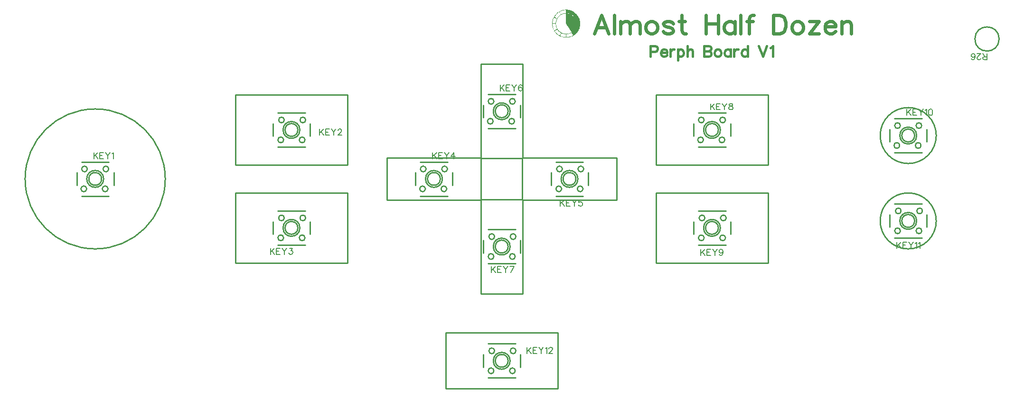
<source format=gto>
G04 Layer: TopSilkscreenLayer*
G04 EasyEDA v6.5.38, 2023-12-05 17:56:17*
G04 681b97978217455484aa44bc4d5c6028,9f3f2715377c499da2f37e4e16011465,10*
G04 Gerber Generator version 0.2*
G04 Scale: 100 percent, Rotated: No, Reflected: No *
G04 Dimensions in millimeters *
G04 leading zeros omitted , absolute positions ,4 integer and 5 decimal *
%FSLAX45Y45*%
%MOMM*%

%ADD10C,0.6000*%
%ADD11C,0.4000*%
%ADD12C,0.1524*%
%ADD13C,0.2540*%

%LPD*%
G36*
X10705490Y12649962D02*
G01*
X10691520Y12649809D01*
X10678363Y12649047D01*
X10668254Y12647879D01*
X10658652Y12646507D01*
X10640923Y12642900D01*
X10629290Y12639751D01*
X10622737Y12637770D01*
X10610596Y12633401D01*
X10599978Y12629235D01*
X10578693Y12618720D01*
X10568445Y12612624D01*
X10586567Y12612624D01*
X10586567Y12614402D01*
X10598454Y12620142D01*
X10608564Y12624612D01*
X10622229Y12629642D01*
X10632490Y12632842D01*
X10642447Y12635433D01*
X10651032Y12637414D01*
X10662920Y12639395D01*
X10678363Y12641478D01*
X10696752Y12642392D01*
X10698327Y12641783D01*
X10698226Y12593675D01*
X10697565Y12588138D01*
X10682935Y12587427D01*
X10667015Y12585090D01*
X10698530Y12585090D01*
X10698988Y12586868D01*
X10715802Y12586817D01*
X10725912Y12585954D01*
X10737545Y12584328D01*
X10749432Y12581839D01*
X10759287Y12579248D01*
X10769396Y12575844D01*
X10780014Y12571679D01*
X10795203Y12564262D01*
X10803788Y12559284D01*
X10816234Y12551003D01*
X10829086Y12540691D01*
X10845444Y12524536D01*
X10852454Y12515951D01*
X10857484Y12509347D01*
X10864596Y12498781D01*
X10869676Y12490196D01*
X10876178Y12477038D01*
X10878566Y12471501D01*
X10882579Y12460935D01*
X10885576Y12451334D01*
X10888573Y12439700D01*
X10890961Y12425578D01*
X10892332Y12415469D01*
X10892332Y12385192D01*
X10888624Y12360960D01*
X10884966Y12346787D01*
X10881563Y12336729D01*
X10876330Y12323572D01*
X10870488Y12311989D01*
X10865612Y12303404D01*
X10856518Y12289739D01*
X10846816Y12277648D01*
X10839196Y12269622D01*
X10830102Y12260783D01*
X10822025Y12254077D01*
X10812932Y12247270D01*
X10805312Y12242190D01*
X10798403Y12238024D01*
X10797743Y12238024D01*
X10794949Y12242596D01*
X10794949Y12243308D01*
X10801807Y12247321D01*
X10813440Y12255398D01*
X10826089Y12265456D01*
X10840262Y12279680D01*
X10848340Y12289383D01*
X10856671Y12300966D01*
X10863580Y12312497D01*
X10867593Y12320066D01*
X10873333Y12332665D01*
X10876483Y12341250D01*
X10880394Y12354102D01*
X10882579Y12362942D01*
X10883950Y12371019D01*
X10886135Y12387681D01*
X10886135Y12412929D01*
X10883900Y12430099D01*
X10881512Y12442240D01*
X10878007Y12454839D01*
X10872724Y12469469D01*
X10864342Y12486894D01*
X10859008Y12495733D01*
X10852251Y12505842D01*
X10844072Y12516307D01*
X10836198Y12524892D01*
X10824057Y12536678D01*
X10813948Y12544755D01*
X10805312Y12550902D01*
X10793171Y12558217D01*
X10780522Y12564567D01*
X10769904Y12569037D01*
X10757255Y12573203D01*
X10746638Y12576149D01*
X10736021Y12578232D01*
X10720324Y12580264D01*
X10698937Y12580975D01*
X10698530Y12585090D01*
X10667015Y12585090D01*
X10656112Y12582753D01*
X10646511Y12580264D01*
X10634370Y12576200D01*
X10622381Y12571171D01*
X10613948Y12567056D01*
X10612526Y12567564D01*
X10586567Y12612624D01*
X10568445Y12612624D01*
X10555935Y12604343D01*
X10546334Y12597231D01*
X10530687Y12584074D01*
X10515498Y12568936D01*
X10506760Y12558826D01*
X10497718Y12547244D01*
X10487507Y12532106D01*
X10479906Y12518948D01*
X10488930Y12518948D01*
X10488930Y12519710D01*
X10496194Y12531598D01*
X10504830Y12544196D01*
X10512856Y12554305D01*
X10522051Y12564922D01*
X10534192Y12577013D01*
X10545826Y12587173D01*
X10553446Y12593167D01*
X10560507Y12598349D01*
X10570108Y12604750D01*
X10578693Y12610033D01*
X10579557Y12609830D01*
X10600740Y12573203D01*
X10600740Y12572644D01*
X10602569Y12569952D01*
X10606278Y12563144D01*
X10606278Y12562636D01*
X10602468Y12560706D01*
X10587837Y12550851D01*
X10578134Y12543028D01*
X10567568Y12533528D01*
X10557408Y12522504D01*
X10550855Y12514427D01*
X10540238Y12499289D01*
X10536224Y12492482D01*
X10535056Y12492482D01*
X10497820Y12513716D01*
X10496753Y12514529D01*
X10488930Y12518948D01*
X10479906Y12518948D01*
X10473131Y12505842D01*
X10466578Y12490196D01*
X10461193Y12475057D01*
X10459110Y12467996D01*
X10456621Y12458395D01*
X10454487Y12448794D01*
X10452100Y12434671D01*
X10449966Y12414961D01*
X10449966Y12404750D01*
X10457434Y12404750D01*
X10458094Y12420498D01*
X10460177Y12437160D01*
X10462158Y12448286D01*
X10464241Y12457887D01*
X10469270Y12475464D01*
X10474350Y12489688D01*
X10475264Y12490653D01*
X10475264Y12491974D01*
X10484815Y12512141D01*
X10486644Y12511430D01*
X10531500Y12485827D01*
X10531957Y12484557D01*
X10525353Y12470384D01*
X10521238Y12458903D01*
X10518851Y12451334D01*
X10515752Y12439192D01*
X10513771Y12428575D01*
X10511688Y12410998D01*
X10511688Y12403683D01*
X10510723Y12403074D01*
X10457434Y12404750D01*
X10449966Y12404750D01*
X10449966Y12397130D01*
X10468762Y12396825D01*
X10511434Y12395250D01*
X10511444Y12394946D01*
X10519105Y12394946D01*
X10520426Y12399060D01*
X10519105Y12403175D01*
X10520273Y12419990D01*
X10521289Y12427610D01*
X10523372Y12438176D01*
X10525404Y12446762D01*
X10529519Y12459919D01*
X10534548Y12472517D01*
X10539984Y12483744D01*
X10547248Y12496241D01*
X10553801Y12505842D01*
X10563047Y12517424D01*
X10567568Y12522504D01*
X10577677Y12532664D01*
X10587837Y12541250D01*
X10596067Y12547447D01*
X10607548Y12554864D01*
X10616742Y12560096D01*
X10628579Y12565684D01*
X10638891Y12569799D01*
X10651540Y12573762D01*
X10660430Y12576098D01*
X10672572Y12578334D01*
X10686948Y12580162D01*
X10697819Y12580315D01*
X10697768Y12485116D01*
X10697006Y12400838D01*
X10699699Y12395758D01*
X10715040Y12371171D01*
X10715040Y12370765D01*
X10719460Y12363958D01*
X10793933Y12243968D01*
X10793933Y12243257D01*
X10787126Y12239294D01*
X10779048Y12235180D01*
X10765891Y12229490D01*
X10756747Y12226340D01*
X10749686Y12224308D01*
X10740085Y12221870D01*
X10729976Y12219940D01*
X10721848Y12218822D01*
X10711383Y12217806D01*
X10689488Y12217857D01*
X10676331Y12219279D01*
X10664190Y12221362D01*
X10657636Y12222886D01*
X10649762Y12225020D01*
X10635894Y12229541D01*
X10625531Y12233910D01*
X10614406Y12239498D01*
X10606024Y12244273D01*
X10595406Y12251334D01*
X10585805Y12258598D01*
X10581741Y12262002D01*
X10574680Y12268555D01*
X10566247Y12277140D01*
X10559338Y12285218D01*
X10549382Y12298527D01*
X10541609Y12311481D01*
X10534497Y12325756D01*
X10530484Y12335764D01*
X10526420Y12347803D01*
X10523931Y12357404D01*
X10521746Y12367768D01*
X10520273Y12378131D01*
X10519105Y12394946D01*
X10511444Y12394946D01*
X10511637Y12389205D01*
X10513263Y12373813D01*
X10515854Y12358420D01*
X10519206Y12345771D01*
X10521188Y12339218D01*
X10524896Y12329160D01*
X10529519Y12318542D01*
X10537190Y12304166D01*
X10536224Y12303252D01*
X10491470Y12278309D01*
X10489742Y12278664D01*
X10478566Y12300610D01*
X10475061Y12309449D01*
X10474350Y12310465D01*
X10469321Y12324588D01*
X10463580Y12345111D01*
X10460126Y12362942D01*
X10458094Y12379147D01*
X10457383Y12397130D01*
X10449966Y12397130D01*
X10449966Y12385852D01*
X10452049Y12365482D01*
X10454081Y12353391D01*
X10456164Y12343790D01*
X10459110Y12332157D01*
X10463580Y12318034D01*
X10467644Y12307163D01*
X10472470Y12295835D01*
X10480141Y12280696D01*
X10485712Y12271095D01*
X10494518Y12271095D01*
X10495737Y12272213D01*
X10540288Y12297003D01*
X10541355Y12297054D01*
X10551617Y12282678D01*
X10560100Y12272568D01*
X10574578Y12258090D01*
X10589818Y12245898D01*
X10604703Y12236145D01*
X10611358Y12232690D01*
X10611358Y12231878D01*
X10585500Y12187783D01*
X10584637Y12186920D01*
X10571124Y12194743D01*
X10559491Y12202515D01*
X10548366Y12210897D01*
X10542270Y12216028D01*
X10532160Y12225121D01*
X10521696Y12235738D01*
X10512907Y12245848D01*
X10503865Y12257379D01*
X10494518Y12271095D01*
X10485712Y12271095D01*
X10496651Y12254433D01*
X10505541Y12242800D01*
X10515600Y12231217D01*
X10527131Y12219533D01*
X10534192Y12212980D01*
X10543133Y12205563D01*
X10550144Y12200077D01*
X10565079Y12189663D01*
X10576119Y12183008D01*
X10592104Y12183008D01*
X10592104Y12184126D01*
X10618419Y12228880D01*
X10628579Y12224308D01*
X10639399Y12220244D01*
X10647019Y12217857D01*
X10653064Y12216231D01*
X10663174Y12213894D01*
X10683443Y12210745D01*
X10697870Y12210084D01*
X10698327Y12209322D01*
X10697596Y12173153D01*
X10704931Y12173153D01*
X10706201Y12209983D01*
X10716818Y12210745D01*
X10726928Y12211862D01*
X10740085Y12214148D01*
X10749229Y12216282D01*
X10761319Y12219889D01*
X10774984Y12224969D01*
X10791190Y12232843D01*
X10797235Y12236450D01*
X10798352Y12236500D01*
X10825378Y12193117D01*
X10824819Y12192152D01*
X10813948Y12186056D01*
X10796219Y12177572D01*
X10784078Y12172746D01*
X10766399Y12166904D01*
X10746638Y12162332D01*
X10730738Y12159792D01*
X10715802Y12158268D01*
X10705185Y12158116D01*
X10704931Y12173153D01*
X10697596Y12173153D01*
X10697311Y12159030D01*
X10696295Y12158014D01*
X10684408Y12158268D01*
X10669270Y12159792D01*
X10656316Y12161774D01*
X10642447Y12164669D01*
X10630814Y12167768D01*
X10618673Y12171781D01*
X10610189Y12174880D01*
X10607141Y12176404D01*
X10606379Y12176404D01*
X10592104Y12183008D01*
X10576119Y12183008D01*
X10596422Y12172594D01*
X10607598Y12167870D01*
X10626242Y12161316D01*
X10636859Y12158319D01*
X10650524Y12155220D01*
X10665714Y12152630D01*
X10678363Y12151207D01*
X10700004Y12149988D01*
X10722000Y12151207D01*
X10734497Y12152680D01*
X10746638Y12154662D01*
X10756747Y12156694D01*
X10766907Y12159284D01*
X10773968Y12161418D01*
X10792155Y12167768D01*
X10803788Y12172746D01*
X10820501Y12181078D01*
X10827562Y12185142D01*
X10838230Y12191695D01*
X10848340Y12198858D01*
X10862462Y12209983D01*
X10874095Y12220651D01*
X10884814Y12231725D01*
X10889843Y12237262D01*
X10896955Y12245848D01*
X10903356Y12254433D01*
X10911890Y12266980D01*
X10920526Y12281662D01*
X10926876Y12294311D01*
X10933176Y12308941D01*
X10936173Y12317018D01*
X10940592Y12331141D01*
X10943640Y12342266D01*
X10945672Y12351867D01*
X10947654Y12363450D01*
X10949990Y12382652D01*
X10949940Y12418517D01*
X10947247Y12439192D01*
X10945672Y12448286D01*
X10943640Y12457887D01*
X10938510Y12476073D01*
X10936173Y12483134D01*
X10930890Y12496749D01*
X10925200Y12509347D01*
X10917732Y12523520D01*
X10906506Y12541351D01*
X10899698Y12550749D01*
X10891062Y12561519D01*
X10881563Y12571984D01*
X10875619Y12578029D01*
X10866526Y12586614D01*
X10854893Y12596317D01*
X10846308Y12602819D01*
X10835182Y12610439D01*
X10819993Y12619532D01*
X10801299Y12628626D01*
X10792510Y12632334D01*
X10779048Y12637109D01*
X10768634Y12640310D01*
X10759033Y12642850D01*
X10739577Y12646812D01*
X10722864Y12648946D01*
G37*
D10*
X11327353Y12553279D02*
G01*
X11200099Y12219015D01*
X11327353Y12553279D02*
G01*
X11454607Y12219015D01*
X11247597Y12330521D02*
G01*
X11406855Y12330521D01*
X11559509Y12553279D02*
G01*
X11559509Y12219015D01*
X11664411Y12441773D02*
G01*
X11664411Y12219015D01*
X11664411Y12378273D02*
G01*
X11712163Y12425771D01*
X11744167Y12441773D01*
X11791919Y12441773D01*
X11823669Y12425771D01*
X11839417Y12378273D01*
X11839417Y12219015D01*
X11839417Y12378273D02*
G01*
X11887169Y12425771D01*
X11919173Y12441773D01*
X11966671Y12441773D01*
X11998675Y12425771D01*
X12014423Y12378273D01*
X12014423Y12219015D01*
X12199081Y12441773D02*
G01*
X12167331Y12425771D01*
X12135327Y12394021D01*
X12119579Y12346269D01*
X12119579Y12314519D01*
X12135327Y12266767D01*
X12167331Y12235017D01*
X12199081Y12219015D01*
X12246833Y12219015D01*
X12278583Y12235017D01*
X12310333Y12266767D01*
X12326335Y12314519D01*
X12326335Y12346269D01*
X12310333Y12394021D01*
X12278583Y12425771D01*
X12246833Y12441773D01*
X12199081Y12441773D01*
X12606243Y12394021D02*
G01*
X12590495Y12425771D01*
X12542743Y12441773D01*
X12494991Y12441773D01*
X12447239Y12425771D01*
X12431237Y12394021D01*
X12447239Y12362271D01*
X12478989Y12346269D01*
X12558491Y12330521D01*
X12590495Y12314519D01*
X12606243Y12282769D01*
X12606243Y12266767D01*
X12590495Y12235017D01*
X12542743Y12219015D01*
X12494991Y12219015D01*
X12447239Y12235017D01*
X12431237Y12266767D01*
X12759151Y12553279D02*
G01*
X12759151Y12282769D01*
X12774899Y12235017D01*
X12806903Y12219015D01*
X12838653Y12219015D01*
X12711399Y12441773D02*
G01*
X12822651Y12441773D01*
X13188665Y12553279D02*
G01*
X13188665Y12219015D01*
X13411423Y12553279D02*
G01*
X13411423Y12219015D01*
X13188665Y12394021D02*
G01*
X13411423Y12394021D01*
X13707333Y12441773D02*
G01*
X13707333Y12219015D01*
X13707333Y12394021D02*
G01*
X13675329Y12425771D01*
X13643579Y12441773D01*
X13595827Y12441773D01*
X13564077Y12425771D01*
X13532327Y12394021D01*
X13516325Y12346269D01*
X13516325Y12314519D01*
X13532327Y12266767D01*
X13564077Y12235017D01*
X13595827Y12219015D01*
X13643579Y12219015D01*
X13675329Y12235017D01*
X13707333Y12266767D01*
X13812235Y12553279D02*
G01*
X13812235Y12219015D01*
X14044391Y12553279D02*
G01*
X14012641Y12553279D01*
X13980891Y12537277D01*
X13964889Y12489525D01*
X13964889Y12219015D01*
X13917137Y12441773D02*
G01*
X14028643Y12441773D01*
X14394403Y12553279D02*
G01*
X14394403Y12219015D01*
X14394403Y12553279D02*
G01*
X14505909Y12553279D01*
X14553661Y12537277D01*
X14585411Y12505527D01*
X14601413Y12473523D01*
X14617161Y12425771D01*
X14617161Y12346269D01*
X14601413Y12298517D01*
X14585411Y12266767D01*
X14553661Y12235017D01*
X14505909Y12219015D01*
X14394403Y12219015D01*
X14801819Y12441773D02*
G01*
X14770069Y12425771D01*
X14738065Y12394021D01*
X14722317Y12346269D01*
X14722317Y12314519D01*
X14738065Y12266767D01*
X14770069Y12235017D01*
X14801819Y12219015D01*
X14849571Y12219015D01*
X14881321Y12235017D01*
X14913071Y12266767D01*
X14929073Y12314519D01*
X14929073Y12346269D01*
X14913071Y12394021D01*
X14881321Y12425771D01*
X14849571Y12441773D01*
X14801819Y12441773D01*
X15208981Y12441773D02*
G01*
X15033975Y12219015D01*
X15033975Y12441773D02*
G01*
X15208981Y12441773D01*
X15033975Y12219015D02*
G01*
X15208981Y12219015D01*
X15314137Y12346269D02*
G01*
X15504891Y12346269D01*
X15504891Y12378273D01*
X15489143Y12410023D01*
X15473141Y12425771D01*
X15441391Y12441773D01*
X15393639Y12441773D01*
X15361889Y12425771D01*
X15329885Y12394021D01*
X15314137Y12346269D01*
X15314137Y12314519D01*
X15329885Y12266767D01*
X15361889Y12235017D01*
X15393639Y12219015D01*
X15441391Y12219015D01*
X15473141Y12235017D01*
X15504891Y12266767D01*
X15610047Y12441773D02*
G01*
X15610047Y12219015D01*
X15610047Y12378273D02*
G01*
X15657799Y12425771D01*
X15689549Y12441773D01*
X15737301Y12441773D01*
X15769051Y12425771D01*
X15785053Y12378273D01*
X15785053Y12219015D01*
D11*
X12200026Y12001779D02*
G01*
X12200026Y11810771D01*
X12200026Y12001779D02*
G01*
X12281814Y12001779D01*
X12308992Y11992635D01*
X12318136Y11983491D01*
X12327280Y11965457D01*
X12327280Y11938279D01*
X12318136Y11919991D01*
X12308992Y11910847D01*
X12281814Y11901703D01*
X12200026Y11901703D01*
X12387224Y11883669D02*
G01*
X12496444Y11883669D01*
X12496444Y11901703D01*
X12487300Y11919991D01*
X12478156Y11929135D01*
X12459868Y11938279D01*
X12432690Y11938279D01*
X12414402Y11929135D01*
X12396368Y11910847D01*
X12387224Y11883669D01*
X12387224Y11865381D01*
X12396368Y11838203D01*
X12414402Y11819915D01*
X12432690Y11810771D01*
X12459868Y11810771D01*
X12478156Y11819915D01*
X12496444Y11838203D01*
X12556388Y11938279D02*
G01*
X12556388Y11810771D01*
X12556388Y11883669D02*
G01*
X12565532Y11910847D01*
X12583566Y11929135D01*
X12601854Y11938279D01*
X12629032Y11938279D01*
X12688976Y11938279D02*
G01*
X12688976Y11747271D01*
X12688976Y11910847D02*
G01*
X12707264Y11929135D01*
X12725552Y11938279D01*
X12752730Y11938279D01*
X12770764Y11929135D01*
X12789052Y11910847D01*
X12798196Y11883669D01*
X12798196Y11865381D01*
X12789052Y11838203D01*
X12770764Y11819915D01*
X12752730Y11810771D01*
X12725552Y11810771D01*
X12707264Y11819915D01*
X12688976Y11838203D01*
X12858140Y12001779D02*
G01*
X12858140Y11810771D01*
X12858140Y11901703D02*
G01*
X12885318Y11929135D01*
X12903606Y11938279D01*
X12930784Y11938279D01*
X12949072Y11929135D01*
X12958216Y11901703D01*
X12958216Y11810771D01*
X13158114Y12001779D02*
G01*
X13158114Y11810771D01*
X13158114Y12001779D02*
G01*
X13239902Y12001779D01*
X13267334Y11992635D01*
X13276224Y11983491D01*
X13285368Y11965457D01*
X13285368Y11947169D01*
X13276224Y11929135D01*
X13267334Y11919991D01*
X13239902Y11910847D01*
X13158114Y11910847D02*
G01*
X13239902Y11910847D01*
X13267334Y11901703D01*
X13276224Y11892813D01*
X13285368Y11874525D01*
X13285368Y11847347D01*
X13276224Y11829059D01*
X13267334Y11819915D01*
X13239902Y11810771D01*
X13158114Y11810771D01*
X13390778Y11938279D02*
G01*
X13372744Y11929135D01*
X13354456Y11910847D01*
X13345312Y11883669D01*
X13345312Y11865381D01*
X13354456Y11838203D01*
X13372744Y11819915D01*
X13390778Y11810771D01*
X13418210Y11810771D01*
X13436244Y11819915D01*
X13454532Y11838203D01*
X13463676Y11865381D01*
X13463676Y11883669D01*
X13454532Y11910847D01*
X13436244Y11929135D01*
X13418210Y11938279D01*
X13390778Y11938279D01*
X13632586Y11938279D02*
G01*
X13632586Y11810771D01*
X13632586Y11910847D02*
G01*
X13614552Y11929135D01*
X13596264Y11938279D01*
X13569086Y11938279D01*
X13550798Y11929135D01*
X13532764Y11910847D01*
X13523620Y11883669D01*
X13523620Y11865381D01*
X13532764Y11838203D01*
X13550798Y11819915D01*
X13569086Y11810771D01*
X13596264Y11810771D01*
X13614552Y11819915D01*
X13632586Y11838203D01*
X13692784Y11938279D02*
G01*
X13692784Y11810771D01*
X13692784Y11883669D02*
G01*
X13701674Y11910847D01*
X13719962Y11929135D01*
X13738250Y11938279D01*
X13765428Y11938279D01*
X13934592Y12001779D02*
G01*
X13934592Y11810771D01*
X13934592Y11910847D02*
G01*
X13916304Y11929135D01*
X13898270Y11938279D01*
X13870838Y11938279D01*
X13852804Y11929135D01*
X13834516Y11910847D01*
X13825372Y11883669D01*
X13825372Y11865381D01*
X13834516Y11838203D01*
X13852804Y11819915D01*
X13870838Y11810771D01*
X13898270Y11810771D01*
X13916304Y11819915D01*
X13934592Y11838203D01*
X14134490Y12001779D02*
G01*
X14207134Y11810771D01*
X14280032Y12001779D02*
G01*
X14207134Y11810771D01*
X14339976Y11965457D02*
G01*
X14358264Y11974601D01*
X14385442Y12001779D01*
X14385442Y11810771D01*
D12*
X18205135Y11755795D02*
G01*
X18205135Y11864761D01*
X18205135Y11755795D02*
G01*
X18158399Y11755795D01*
X18142651Y11760875D01*
X18137571Y11765955D01*
X18132237Y11776369D01*
X18132237Y11786783D01*
X18137571Y11797197D01*
X18142651Y11802531D01*
X18158399Y11807611D01*
X18205135Y11807611D01*
X18168559Y11807611D02*
G01*
X18132237Y11864761D01*
X18092867Y11781703D02*
G01*
X18092867Y11776369D01*
X18087533Y11765955D01*
X18082453Y11760875D01*
X18072039Y11755795D01*
X18051211Y11755795D01*
X18040797Y11760875D01*
X18035717Y11765955D01*
X18030383Y11776369D01*
X18030383Y11786783D01*
X18035717Y11797197D01*
X18046131Y11812945D01*
X18097947Y11864761D01*
X18025303Y11864761D01*
X17928529Y11771289D02*
G01*
X17933863Y11760875D01*
X17949357Y11755795D01*
X17959771Y11755795D01*
X17975519Y11760875D01*
X17985679Y11776369D01*
X17991013Y11802531D01*
X17991013Y11828439D01*
X17985679Y11849267D01*
X17975519Y11859681D01*
X17959771Y11864761D01*
X17954691Y11864761D01*
X17938943Y11859681D01*
X17928529Y11849267D01*
X17923449Y11833519D01*
X17923449Y11828439D01*
X17928529Y11812945D01*
X17938943Y11802531D01*
X17954691Y11797197D01*
X17959771Y11797197D01*
X17975519Y11802531D01*
X17985679Y11812945D01*
X17991013Y11828439D01*
X2274595Y10095895D02*
G01*
X2274595Y9986929D01*
X2347239Y10095895D02*
G01*
X2274595Y10023251D01*
X2300503Y10049159D02*
G01*
X2347239Y9986929D01*
X2381529Y10095895D02*
G01*
X2381529Y9986929D01*
X2381529Y10095895D02*
G01*
X2449093Y10095895D01*
X2381529Y10044079D02*
G01*
X2423185Y10044079D01*
X2381529Y9986929D02*
G01*
X2449093Y9986929D01*
X2483383Y10095895D02*
G01*
X2525039Y10044079D01*
X2525039Y9986929D01*
X2566695Y10095895D02*
G01*
X2525039Y10044079D01*
X2600985Y10075067D02*
G01*
X2611145Y10080401D01*
X2626893Y10095895D01*
X2626893Y9986929D01*
X6299987Y10515295D02*
G01*
X6299987Y10406329D01*
X6372631Y10515295D02*
G01*
X6299987Y10442651D01*
X6325895Y10468559D02*
G01*
X6372631Y10406329D01*
X6406921Y10515295D02*
G01*
X6406921Y10406329D01*
X6406921Y10515295D02*
G01*
X6474485Y10515295D01*
X6406921Y10463479D02*
G01*
X6448577Y10463479D01*
X6406921Y10406329D02*
G01*
X6474485Y10406329D01*
X6508775Y10515295D02*
G01*
X6550431Y10463479D01*
X6550431Y10406329D01*
X6592087Y10515295D02*
G01*
X6550431Y10463479D01*
X6631457Y10489387D02*
G01*
X6631457Y10494467D01*
X6636537Y10504881D01*
X6641871Y10510215D01*
X6652285Y10515295D01*
X6673113Y10515295D01*
X6683527Y10510215D01*
X6688607Y10504881D01*
X6693687Y10494467D01*
X6693687Y10484053D01*
X6688607Y10473639D01*
X6678193Y10458145D01*
X6626377Y10406329D01*
X6699021Y10406329D01*
X5426354Y8388007D02*
G01*
X5426354Y8279041D01*
X5498998Y8388007D02*
G01*
X5426354Y8315363D01*
X5452262Y8341271D02*
G01*
X5498998Y8279041D01*
X5533288Y8388007D02*
G01*
X5533288Y8279041D01*
X5533288Y8388007D02*
G01*
X5600852Y8388007D01*
X5533288Y8336191D02*
G01*
X5574944Y8336191D01*
X5533288Y8279041D02*
G01*
X5600852Y8279041D01*
X5635142Y8388007D02*
G01*
X5676798Y8336191D01*
X5676798Y8279041D01*
X5718454Y8388007D02*
G01*
X5676798Y8336191D01*
X5762904Y8388007D02*
G01*
X5820054Y8388007D01*
X5789066Y8346351D01*
X5804560Y8346351D01*
X5814974Y8341271D01*
X5820054Y8336191D01*
X5825388Y8320443D01*
X5825388Y8310029D01*
X5820054Y8294535D01*
X5809894Y8284121D01*
X5794146Y8279041D01*
X5778652Y8279041D01*
X5762904Y8284121D01*
X5757824Y8289201D01*
X5752744Y8299615D01*
X8316084Y10095895D02*
G01*
X8316084Y9986929D01*
X8388728Y10095895D02*
G01*
X8316084Y10023251D01*
X8341995Y10049159D02*
G01*
X8388728Y9986929D01*
X8423018Y10095895D02*
G01*
X8423018Y9986929D01*
X8423018Y10095895D02*
G01*
X8490582Y10095895D01*
X8423018Y10044079D02*
G01*
X8464677Y10044079D01*
X8423018Y9986929D02*
G01*
X8490582Y9986929D01*
X8524875Y10095895D02*
G01*
X8566528Y10044079D01*
X8566528Y9986929D01*
X8608184Y10095895D02*
G01*
X8566528Y10044079D01*
X8694293Y10095895D02*
G01*
X8642477Y10023251D01*
X8720198Y10023251D01*
X8694293Y10095895D02*
G01*
X8694293Y9986929D01*
X10594223Y9249229D02*
G01*
X10594223Y9140263D01*
X10666867Y9249229D02*
G01*
X10594223Y9176583D01*
X10620131Y9202493D02*
G01*
X10666867Y9140263D01*
X10701157Y9249229D02*
G01*
X10701157Y9140263D01*
X10701157Y9249229D02*
G01*
X10768721Y9249229D01*
X10701157Y9197413D02*
G01*
X10742813Y9197413D01*
X10701157Y9140263D02*
G01*
X10768721Y9140263D01*
X10803011Y9249229D02*
G01*
X10844667Y9197413D01*
X10844667Y9140263D01*
X10886323Y9249229D02*
G01*
X10844667Y9197413D01*
X10982843Y9249229D02*
G01*
X10930773Y9249229D01*
X10925693Y9202493D01*
X10930773Y9207573D01*
X10946521Y9212905D01*
X10962015Y9212905D01*
X10977763Y9207573D01*
X10987923Y9197413D01*
X10993257Y9181665D01*
X10993257Y9171251D01*
X10987923Y9155755D01*
X10977763Y9145343D01*
X10962015Y9140263D01*
X10946521Y9140263D01*
X10930773Y9145343D01*
X10925693Y9150423D01*
X10920613Y9160837D01*
X9524580Y11304394D02*
G01*
X9524580Y11195428D01*
X9597224Y11304394D02*
G01*
X9524580Y11231750D01*
X9550488Y11257658D02*
G01*
X9597224Y11195428D01*
X9631514Y11304394D02*
G01*
X9631514Y11195428D01*
X9631514Y11304394D02*
G01*
X9699078Y11304394D01*
X9631514Y11252578D02*
G01*
X9673170Y11252578D01*
X9631514Y11195428D02*
G01*
X9699078Y11195428D01*
X9733368Y11304394D02*
G01*
X9775024Y11252578D01*
X9775024Y11195428D01*
X9816680Y11304394D02*
G01*
X9775024Y11252578D01*
X9913200Y11288900D02*
G01*
X9908120Y11299314D01*
X9892372Y11304394D01*
X9881958Y11304394D01*
X9866464Y11299314D01*
X9856050Y11283566D01*
X9850970Y11257658D01*
X9850970Y11231750D01*
X9856050Y11210922D01*
X9866464Y11200508D01*
X9881958Y11195428D01*
X9887292Y11195428D01*
X9902786Y11200508D01*
X9913200Y11210922D01*
X9918280Y11226416D01*
X9918280Y11231750D01*
X9913200Y11247244D01*
X9902786Y11257658D01*
X9887292Y11262738D01*
X9881958Y11262738D01*
X9866464Y11257658D01*
X9856050Y11247244D01*
X9850970Y11231750D01*
X9368640Y8061258D02*
G01*
X9368640Y7952038D01*
X9441538Y8061258D02*
G01*
X9368640Y7988360D01*
X9394802Y8014522D02*
G01*
X9441538Y7952038D01*
X9475828Y8061258D02*
G01*
X9475828Y7952038D01*
X9475828Y8061258D02*
G01*
X9543392Y8061258D01*
X9475828Y8009188D02*
G01*
X9517230Y8009188D01*
X9475828Y7952038D02*
G01*
X9543392Y7952038D01*
X9577682Y8061258D02*
G01*
X9619084Y8009188D01*
X9619084Y7952038D01*
X9660740Y8061258D02*
G01*
X9619084Y8009188D01*
X9767674Y8061258D02*
G01*
X9715858Y7952038D01*
X9695030Y8061258D02*
G01*
X9767674Y8061258D01*
X13274573Y10970895D02*
G01*
X13274573Y10861675D01*
X13347471Y10970895D02*
G01*
X13274573Y10897996D01*
X13300735Y10924159D02*
G01*
X13347471Y10861675D01*
X13381761Y10970895D02*
G01*
X13381761Y10861675D01*
X13381761Y10970895D02*
G01*
X13449325Y10970895D01*
X13381761Y10918825D02*
G01*
X13423163Y10918825D01*
X13381761Y10861675D02*
G01*
X13449325Y10861675D01*
X13483615Y10970895D02*
G01*
X13525017Y10918825D01*
X13525017Y10861675D01*
X13566673Y10970895D02*
G01*
X13525017Y10918825D01*
X13626871Y10970895D02*
G01*
X13611377Y10965561D01*
X13606043Y10955146D01*
X13606043Y10944733D01*
X13611377Y10934572D01*
X13621791Y10929238D01*
X13642365Y10924159D01*
X13658113Y10918825D01*
X13668527Y10908411D01*
X13673607Y10897996D01*
X13673607Y10882503D01*
X13668527Y10872088D01*
X13663193Y10867009D01*
X13647699Y10861675D01*
X13626871Y10861675D01*
X13611377Y10867009D01*
X13606043Y10872088D01*
X13600963Y10882503D01*
X13600963Y10897996D01*
X13606043Y10908411D01*
X13616457Y10918825D01*
X13632205Y10924159D01*
X13652779Y10929238D01*
X13663193Y10934572D01*
X13668527Y10944733D01*
X13668527Y10955146D01*
X13663193Y10965561D01*
X13647699Y10970895D01*
X13626871Y10970895D01*
X13099445Y8368789D02*
G01*
X13099445Y8259569D01*
X13172343Y8368789D02*
G01*
X13099445Y8295891D01*
X13125607Y8322053D02*
G01*
X13172343Y8259569D01*
X13206633Y8368789D02*
G01*
X13206633Y8259569D01*
X13206633Y8368789D02*
G01*
X13274197Y8368789D01*
X13206633Y8316719D02*
G01*
X13248035Y8316719D01*
X13206633Y8259569D02*
G01*
X13274197Y8259569D01*
X13308487Y8368789D02*
G01*
X13349889Y8316719D01*
X13349889Y8259569D01*
X13391545Y8368789D02*
G01*
X13349889Y8316719D01*
X13493399Y8332467D02*
G01*
X13488065Y8316719D01*
X13477651Y8306305D01*
X13462157Y8301225D01*
X13457077Y8301225D01*
X13441329Y8306305D01*
X13430915Y8316719D01*
X13425835Y8332467D01*
X13425835Y8337547D01*
X13430915Y8353041D01*
X13441329Y8363455D01*
X13457077Y8368789D01*
X13462157Y8368789D01*
X13477651Y8363455D01*
X13488065Y8353041D01*
X13493399Y8332467D01*
X13493399Y8306305D01*
X13488065Y8280397D01*
X13477651Y8264903D01*
X13462157Y8259569D01*
X13451743Y8259569D01*
X13436249Y8264903D01*
X13430915Y8275317D01*
X16774566Y10870892D02*
G01*
X16774566Y10761672D01*
X16847464Y10870892D02*
G01*
X16774566Y10797994D01*
X16800728Y10824156D02*
G01*
X16847464Y10761672D01*
X16881754Y10870892D02*
G01*
X16881754Y10761672D01*
X16881754Y10870892D02*
G01*
X16949318Y10870892D01*
X16881754Y10818822D02*
G01*
X16923156Y10818822D01*
X16881754Y10761672D02*
G01*
X16949318Y10761672D01*
X16983608Y10870892D02*
G01*
X17025010Y10818822D01*
X17025010Y10761672D01*
X17066666Y10870892D02*
G01*
X17025010Y10818822D01*
X17100956Y10850064D02*
G01*
X17111370Y10855144D01*
X17126864Y10870892D01*
X17126864Y10761672D01*
X17192396Y10870892D02*
G01*
X17176648Y10865558D01*
X17166488Y10850064D01*
X17161154Y10824156D01*
X17161154Y10808408D01*
X17166488Y10782500D01*
X17176648Y10767006D01*
X17192396Y10761672D01*
X17202810Y10761672D01*
X17218304Y10767006D01*
X17228718Y10782500D01*
X17233798Y10808408D01*
X17233798Y10824156D01*
X17228718Y10850064D01*
X17218304Y10865558D01*
X17202810Y10870892D01*
X17192396Y10870892D01*
X16599763Y8493589D02*
G01*
X16599763Y8384623D01*
X16672407Y8493589D02*
G01*
X16599763Y8420948D01*
X16625671Y8446856D02*
G01*
X16672407Y8384623D01*
X16706697Y8493589D02*
G01*
X16706697Y8384623D01*
X16706697Y8493589D02*
G01*
X16774261Y8493589D01*
X16706697Y8441773D02*
G01*
X16748353Y8441773D01*
X16706697Y8384623D02*
G01*
X16774261Y8384623D01*
X16808551Y8493589D02*
G01*
X16850207Y8441773D01*
X16850207Y8384623D01*
X16891609Y8493589D02*
G01*
X16850207Y8441773D01*
X16925899Y8472764D02*
G01*
X16936313Y8478098D01*
X16951807Y8493589D01*
X16951807Y8384623D01*
X16986097Y8472764D02*
G01*
X16996511Y8478098D01*
X17012259Y8493589D01*
X17012259Y8384623D01*
X9999903Y6615404D02*
G01*
X9999903Y6506184D01*
X10072801Y6615404D02*
G01*
X9999903Y6542506D01*
X10026065Y6568668D02*
G01*
X10072801Y6506184D01*
X10107091Y6615404D02*
G01*
X10107091Y6506184D01*
X10107091Y6615404D02*
G01*
X10174655Y6615404D01*
X10107091Y6563334D02*
G01*
X10148493Y6563334D01*
X10107091Y6506184D02*
G01*
X10174655Y6506184D01*
X10208945Y6615404D02*
G01*
X10250347Y6563334D01*
X10250347Y6506184D01*
X10292003Y6615404D02*
G01*
X10250347Y6563334D01*
X10326293Y6594576D02*
G01*
X10336707Y6599656D01*
X10352201Y6615404D01*
X10352201Y6506184D01*
X10391825Y6589242D02*
G01*
X10391825Y6594576D01*
X10396905Y6604990D01*
X10401985Y6610070D01*
X10412399Y6615404D01*
X10433227Y6615404D01*
X10443641Y6610070D01*
X10448975Y6604990D01*
X10454055Y6594576D01*
X10454055Y6584162D01*
X10448975Y6573748D01*
X10438561Y6558254D01*
X10386491Y6506184D01*
X10459135Y6506184D01*
D13*
X2630195Y9737023D02*
G01*
X2630195Y9512935D01*
X2054981Y9929779D02*
G01*
X2545008Y9929779D01*
X1969795Y9737023D02*
G01*
X1969795Y9512935D01*
X2054981Y9320179D02*
G01*
X2545008Y9320179D01*
X5469788Y10387934D02*
G01*
X5469788Y10612023D01*
X6045001Y10195179D02*
G01*
X5554974Y10195179D01*
X6130188Y10387934D02*
G01*
X6130188Y10612023D01*
X6045001Y10804779D02*
G01*
X5554974Y10804779D01*
X5469788Y8637938D02*
G01*
X5469788Y8862026D01*
X6045001Y8445182D02*
G01*
X5554974Y8445182D01*
X6130188Y8637938D02*
G01*
X6130188Y8862026D01*
X6045001Y9054782D02*
G01*
X5554974Y9054782D01*
X8671684Y9737023D02*
G01*
X8671684Y9512935D01*
X8096470Y9929779D02*
G01*
X8586495Y9929779D01*
X8011284Y9737023D02*
G01*
X8011284Y9512935D01*
X8096470Y9320179D02*
G01*
X8586495Y9320179D01*
X10428277Y9512937D02*
G01*
X10428277Y9737023D01*
X11003490Y9320179D02*
G01*
X10513463Y9320179D01*
X11088677Y9512937D02*
G01*
X11088677Y9737023D01*
X11003490Y9929779D02*
G01*
X10513463Y9929779D01*
X9880180Y10945522D02*
G01*
X9880180Y10721433D01*
X9304967Y11138278D02*
G01*
X9794994Y11138278D01*
X9219780Y10945522D02*
G01*
X9219780Y10721433D01*
X9304967Y10528678D02*
G01*
X9794994Y10528678D01*
X9219780Y8304438D02*
G01*
X9219780Y8528527D01*
X9794994Y8111683D02*
G01*
X9304967Y8111683D01*
X9880180Y8304438D02*
G01*
X9880180Y8528527D01*
X9794994Y8721283D02*
G01*
X9304967Y8721283D01*
X13630173Y10612023D02*
G01*
X13630173Y10387934D01*
X13054959Y10804779D02*
G01*
X13544986Y10804779D01*
X12969773Y10612023D02*
G01*
X12969773Y10387934D01*
X13054959Y10195179D02*
G01*
X13544986Y10195179D01*
X12969773Y8637938D02*
G01*
X12969773Y8862026D01*
X13544986Y8445182D02*
G01*
X13054959Y8445182D01*
X13630173Y8637938D02*
G01*
X13630173Y8862026D01*
X13544986Y9054782D02*
G01*
X13054959Y9054782D01*
X17130166Y10512021D02*
G01*
X17130166Y10287932D01*
X16554952Y10704776D02*
G01*
X17044979Y10704776D01*
X16469766Y10512021D02*
G01*
X16469766Y10287932D01*
X16554952Y10095176D02*
G01*
X17044979Y10095176D01*
X16469766Y8762939D02*
G01*
X16469766Y8987028D01*
X17044979Y8570183D02*
G01*
X16554952Y8570183D01*
X17130166Y8762939D02*
G01*
X17130166Y8987028D01*
X17044979Y9179783D02*
G01*
X16554952Y9179783D01*
X9219780Y6262944D02*
G01*
X9219780Y6487032D01*
X9794994Y6070188D02*
G01*
X9304967Y6070188D01*
X9880180Y6262944D02*
G01*
X9880180Y6487032D01*
X9794994Y6679788D02*
G01*
X9304967Y6679788D01*
G75*
G01
X3549993Y9624979D02*
G03X3549993Y9624979I-1249997J0D01*
G75*
G01
X17299965Y10399979D02*
G03X17299965Y10399979I-499999J0D01*
G75*
G01
X17299965Y8874981D02*
G03X17299965Y8874981I-499999J0D01*
G75*
G01
X18420994Y12125046D02*
G03X18420994Y12125046I-215900J0D01*
G75*
G01
X2160295Y9802779D02*
G03X2160295Y9802779I-50800J0D01*
G75*
G01
X2147595Y9447179D02*
G03X2147595Y9447179I-50800J0D01*
G75*
G01
X2541295Y9802779D02*
G03X2541295Y9802779I-50800J0D01*
G75*
G01
X2528595Y9447179D02*
G03X2528595Y9447179I-50800J0D01*
G75*
G01
X2414295Y9624979D02*
G03X2414295Y9624979I-114300J0D01*
G75*
G01
X2450109Y9624979D02*
G03X2450109Y9624979I-150114J0D01*
G75*
G01
X6041288Y10322179D02*
G03X6041288Y10322179I-50800J0D01*
G75*
G01
X6053988Y10677779D02*
G03X6053988Y10677779I-50800J0D01*
G75*
G01
X5660288Y10322179D02*
G03X5660288Y10322179I-50800J0D01*
G75*
G01
X5672988Y10677779D02*
G03X5672988Y10677779I-50800J0D01*
G75*
G01
X5914288Y10499979D02*
G03X5914288Y10499979I-114300J0D01*
G75*
G01
X5950102Y10499979D02*
G03X5950102Y10499979I-150114J0D01*
G75*
G01
X6041288Y8572183D02*
G03X6041288Y8572183I-50800J0D01*
G75*
G01
X6053988Y8927783D02*
G03X6053988Y8927783I-50800J0D01*
G75*
G01
X5660288Y8572183D02*
G03X5660288Y8572183I-50800J0D01*
G75*
G01
X5672988Y8927783D02*
G03X5672988Y8927783I-50800J0D01*
G75*
G01
X5914288Y8749983D02*
G03X5914288Y8749983I-114300J0D01*
G75*
G01
X5950102Y8749983D02*
G03X5950102Y8749983I-150114J0D01*
G75*
G01
X8201784Y9802779D02*
G03X8201784Y9802779I-50800J0D01*
G75*
G01
X8189084Y9447179D02*
G03X8189084Y9447179I-50800J0D01*
G75*
G01
X8582784Y9802779D02*
G03X8582784Y9802779I-50800J0D01*
G75*
G01
X8570084Y9447179D02*
G03X8570084Y9447179I-50800J0D01*
G75*
G01
X8455784Y9624979D02*
G03X8455784Y9624979I-114300J0D01*
G75*
G01
X8491598Y9624979D02*
G03X8491598Y9624979I-150114J0D01*
G75*
G01
X10999777Y9447179D02*
G03X10999777Y9447179I-50800J0D01*
G75*
G01
X11012477Y9802779D02*
G03X11012477Y9802779I-50800J0D01*
G75*
G01
X10618777Y9447179D02*
G03X10618777Y9447179I-50800J0D01*
G75*
G01
X10631477Y9802779D02*
G03X10631477Y9802779I-50800J0D01*
G75*
G01
X10872777Y9624979D02*
G03X10872777Y9624979I-114300J0D01*
G75*
G01
X10908591Y9624979D02*
G03X10908591Y9624979I-150114J0D01*
G75*
G01
X9410281Y11011278D02*
G03X9410281Y11011278I-50800J0D01*
G75*
G01
X9397581Y10655678D02*
G03X9397581Y10655678I-50800J0D01*
G75*
G01
X9791281Y11011278D02*
G03X9791281Y11011278I-50800J0D01*
G75*
G01
X9778581Y10655678D02*
G03X9778581Y10655678I-50800J0D01*
G75*
G01
X9664281Y10833478D02*
G03X9664281Y10833478I-114300J0D01*
G75*
G01
X9700095Y10833478D02*
G03X9700095Y10833478I-150114J0D01*
G75*
G01
X9791281Y8238683D02*
G03X9791281Y8238683I-50800J0D01*
G75*
G01
X9803981Y8594283D02*
G03X9803981Y8594283I-50800J0D01*
G75*
G01
X9410281Y8238683D02*
G03X9410281Y8238683I-50800J0D01*
G75*
G01
X9422981Y8594283D02*
G03X9422981Y8594283I-50800J0D01*
G75*
G01
X9664281Y8416483D02*
G03X9664281Y8416483I-114300J0D01*
G75*
G01
X9700095Y8416483D02*
G03X9700095Y8416483I-150114J0D01*
G75*
G01
X13160273Y10677779D02*
G03X13160273Y10677779I-50800J0D01*
G75*
G01
X13147573Y10322179D02*
G03X13147573Y10322179I-50800J0D01*
G75*
G01
X13541273Y10677779D02*
G03X13541273Y10677779I-50800J0D01*
G75*
G01
X13528573Y10322179D02*
G03X13528573Y10322179I-50800J0D01*
G75*
G01
X13414273Y10499979D02*
G03X13414273Y10499979I-114300J0D01*
G75*
G01
X13450087Y10499979D02*
G03X13450087Y10499979I-150114J0D01*
G75*
G01
X13541273Y8572183D02*
G03X13541273Y8572183I-50800J0D01*
G75*
G01
X13553973Y8927783D02*
G03X13553973Y8927783I-50800J0D01*
G75*
G01
X13160273Y8572183D02*
G03X13160273Y8572183I-50800J0D01*
G75*
G01
X13172973Y8927783D02*
G03X13172973Y8927783I-50800J0D01*
G75*
G01
X13414273Y8749983D02*
G03X13414273Y8749983I-114300J0D01*
G75*
G01
X13450087Y8749983D02*
G03X13450087Y8749983I-150114J0D01*
G75*
G01
X16660266Y10577779D02*
G03X16660266Y10577779I-50800J0D01*
G75*
G01
X16647566Y10222179D02*
G03X16647566Y10222179I-50800J0D01*
G75*
G01
X17041266Y10577779D02*
G03X17041266Y10577779I-50800J0D01*
G75*
G01
X17028566Y10222179D02*
G03X17028566Y10222179I-50800J0D01*
G75*
G01
X16914266Y10399979D02*
G03X16914266Y10399979I-114300J0D01*
G75*
G01
X16950080Y10399979D02*
G03X16950080Y10399979I-150114J0D01*
G75*
G01
X17041266Y8697181D02*
G03X17041266Y8697181I-50800J0D01*
G75*
G01
X17053966Y9052781D02*
G03X17053966Y9052781I-50800J0D01*
G75*
G01
X16660266Y8697181D02*
G03X16660266Y8697181I-50800J0D01*
G75*
G01
X16672966Y9052781D02*
G03X16672966Y9052781I-50800J0D01*
G75*
G01
X16914266Y8874981D02*
G03X16914266Y8874981I-114300J0D01*
G75*
G01
X16950080Y8874981D02*
G03X16950080Y8874981I-150114J0D01*
G75*
G01
X9791281Y6197186D02*
G03X9791281Y6197186I-50800J0D01*
G75*
G01
X9803981Y6552786D02*
G03X9803981Y6552786I-50800J0D01*
G75*
G01
X9410281Y6197186D02*
G03X9410281Y6197186I-50800J0D01*
G75*
G01
X9422981Y6552786D02*
G03X9422981Y6552786I-50800J0D01*
G75*
G01
X9664281Y6374986D02*
G03X9664281Y6374986I-114300J0D01*
G75*
G01
X9700095Y6374986D02*
G03X9700095Y6374986I-150114J0D01*
X12299975Y11124976D02*
G01*
X14299971Y11124976D01*
X14299971Y9874978D01*
X12299975Y9874978D01*
X12299975Y11124976D01*
X12299975Y9374979D02*
G01*
X14299971Y9374979D01*
X14299971Y8124982D01*
X12299975Y8124982D01*
X12299975Y9374979D01*
X8549982Y6874984D02*
G01*
X10549978Y6874984D01*
X10549978Y5874986D01*
X8549982Y5874986D01*
X8549982Y6874984D01*
X4799990Y11124976D02*
G01*
X6799986Y11124976D01*
X6799986Y9874978D01*
X4799990Y9874978D01*
X4799990Y11124976D01*
X4799990Y9374979D02*
G01*
X6799986Y9374979D01*
X6799986Y8124982D01*
X4799990Y8124982D01*
X4799990Y9374979D01*
X7499984Y9999979D02*
G01*
X9182981Y9999979D01*
X9182981Y9249981D01*
X7499984Y9249981D01*
X7499984Y9999979D01*
X9916980Y9999979D02*
G01*
X11599976Y9999979D01*
X11599976Y9249981D01*
X9916980Y9249981D01*
X9916980Y9999979D01*
X9174982Y11674975D02*
G01*
X9924981Y11674975D01*
X9924981Y9991978D01*
X9174982Y9991978D01*
X9174982Y11674975D01*
X9174982Y9257982D02*
G01*
X9924981Y9257982D01*
X9924981Y7574986D01*
X9174982Y7574986D01*
X9174982Y9257982D01*
M02*

</source>
